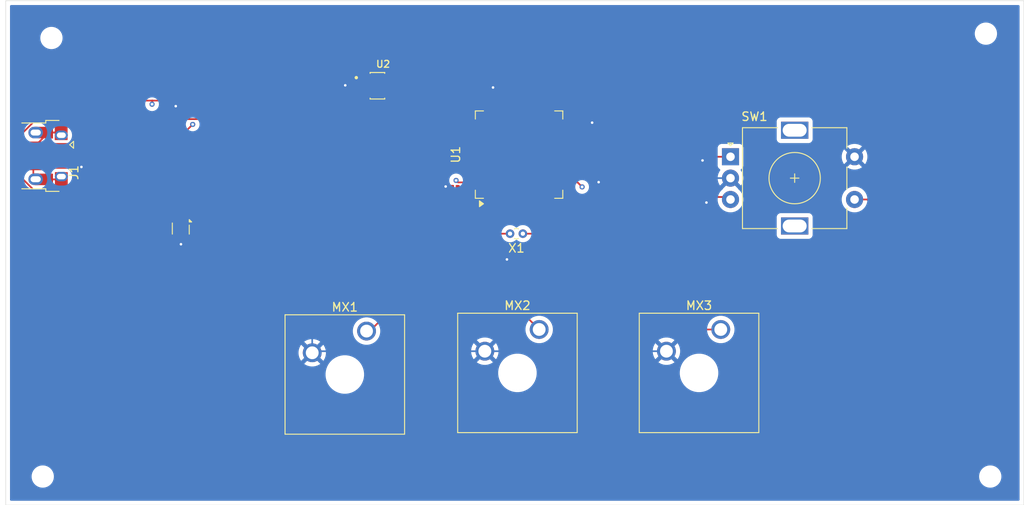
<source format=kicad_pcb>
(kicad_pcb (version 20241229) (generator "pcbnew") (generator_version "9.0")
  (layers (0 "F.Cu" signal) (4 "In1.Cu" signal) (6 "In2.Cu" signal) (2 "B.Cu" signal) (13 "F.Paste" user) (15 "B.Paste" user) (5 "F.SilkS" user "F.Silkscreen") (7 "B.SilkS" user "B.Silkscreen") (1 "F.Mask" user) (3 "B.Mask" user) (25 "Edge.Cuts" user))
  (net 0 "")
  (net 1 "Net-(J1-VBUS)")
  (net 2 "GND")
  (net 3 "Net-(C2-Pad2)")
  (net 4 "Net-(C4-Pad2)")
  (net 5 "Net-(U2-VOUT)")
  (net 6 "Net-(U1-PH0)")
  (net 7 "Net-(U1-PH1)")
  (net 8 "Net-(U1-PB0)")
  (net 9 "Net-(U1-PA4)")
  (net 10 "unconnected-(J1-Shield-Pad6)")
  (net 12 "Net-(MX1-COL)")
  (net 13 "Net-(MX2-COL)")
  (net 14 "Net-(MX3-COL)")
  (net 15 "Net-(U1-PC5)")
  (net 16 "Net-(U1-PC6)")
  (net 32 "Net-(U1-VSS-Pad18)")
  (net 66 "Net-(U1-PA3)")
  (net 67 "Net-(C5-Pad2)")
  (net 68 "/D+")
  (net 69 "/D-")
  (footprint "MountingHole:MountingHole_2.1mm" (layer "F.Cu") (at 84.328 105.664)
    (property "Reference" "REF**" (hide yes))
    (property "Value" "2.1mm")
    (pad "" np_thru_hole circle (at 0 0) (size 2.1 2.1) (drill 2.1) (layers "*.Cu" "*.Mask"))
  )
  (footprint "Capacitor_SMD:C_0201_0603Metric" (layer "F.Cu") (at 99 62 90)
    (property "Reference" "C1" (hide yes))
    (property "Value" "C" (hide yes))
    (pad "1" smd roundrect (at -0.32 0 90) (size 0.46 0.4) (layers "F.Cu" "F.Mask") (net 2 "GND"))
    (pad "2" smd roundrect (at 0.32 0 90) (size 0.46 0.4) (layers "F.Cu" "F.Mask") (net 1 "Net-(J1-VBUS)"))
  )
  (footprint "Capacitor_SMD:C_0201_0603Metric" (layer "F.Cu") (at 132.497 71.75)
    (property "Reference" "C2" (hide yes))
    (property "Value" "0.1 µF (each)" (hide yes))
    (pad "1" smd roundrect (at -0.32 0) (size 0.46 0.4) (layers "F.Cu" "F.Mask") (net 2 "GND"))
    (pad "2" smd roundrect (at 0.32 0) (size 0.46 0.4) (layers "F.Cu" "F.Mask") (net 3 "Net-(C2-Pad2)"))
  )
  (footprint "Package_TO_SOT_SMD:SOT-666" (layer "F.Cu") (at 100.4625 76.65 -90)
    (property "Reference" "U3" (hide yes))
    (property "Value" "USBLC6-2P6" (hide yes))
    (fp_line (start 0.65 0.99) (end -0.65 0.99) (stroke (width 0.12)) (layer "F.SilkS"))
    (fp_line (start 0.65 -0.99) (end -0.4 -0.99) (stroke (width 0.12)) (layer "F.SilkS"))
    (fp_poly (pts (xy -0.77 -0.99) (xy -1.05 -0.99) (xy -0.77 -1.27) (xy -0.77 -0.99)) (stroke (width 0.12)) (fill yes) (layer "F.SilkS"))
    (pad "1" smd roundrect (at -0.85 -0.5375 270) (size 0.5 0.375) (layers "F.Cu" "F.Mask" "F.Paste") (net 15 "Net-(U1-PC5)"))
    (pad "2" smd roundrect (at -0.925 0 270) (size 0.65 0.3) (layers "F.Cu" "F.Mask" "F.Paste") (net 1 "Net-(J1-VBUS)"))
    (pad "3" smd roundrect (at -0.85 0.5375 270) (size 0.5 0.375) (layers "F.Cu" "F.Mask" "F.Paste") (net 15 "Net-(U1-PC5)"))
    (pad "4" smd roundrect (at 0.85 0.5375 270) (size 0.5 0.375) (layers "F.Cu" "F.Mask" "F.Paste") (net 16 "Net-(U1-PC6)"))
    (pad "5" smd roundrect (at 0.925 0 270) (size 0.65 0.3) (layers "F.Cu" "F.Mask" "F.Paste") (net 2 "GND"))
    (pad "6" smd roundrect (at 0.85 -0.5375 270) (size 0.5 0.375) (layers "F.Cu" "F.Mask" "F.Paste") (net 16 "Net-(U1-PC6)"))
  )
  (footprint "Capacitor_SMD:C_0201_0603Metric" (layer "F.Cu") (at 147.9804 70.7644 180)
    (property "Reference" "C5" (hide yes))
    (property "Value" "~" (hide yes))
    (pad "1" smd roundrect (at -0.32 0 180) (size 0.46 0.4) (layers "F.Cu" "F.Mask") (net 2 "GND"))
    (pad "2" smd roundrect (at 0.32 0 180) (size 0.46 0.4) (layers "F.Cu" "F.Mask") (net 67 "Net-(C5-Pad2)"))
  )
  (footprint "Capacitor_SMD:C_0201_0603Metric" (layer "F.Cu") (at 162.56 73.279 -90)
    (property "Reference" "C9" (hide yes))
    (property "Value" "C" (hide yes))
    (pad "1" smd roundrect (at -0.32 0 270) (size 0.46 0.4) (layers "F.Cu" "F.Mask") (net 9 "Net-(U1-PA4)"))
    (pad "2" smd roundrect (at 0.32 0 270) (size 0.46 0.4) (layers "F.Cu" "F.Mask") (net 2 "GND"))
  )
  (footprint "Capacitor_SMD:C_0201_0603Metric" (layer "F.Cu") (at 147.447 64.262 180)
    (property "Reference" "C4" (hide yes))
    (property "Value" "~" (hide yes))
    (pad "1" smd roundrect (at -0.32 0 180) (size 0.46 0.4) (layers "F.Cu" "F.Mask") (net 2 "GND"))
    (pad "2" smd roundrect (at 0.32 0 180) (size 0.46 0.4) (layers "F.Cu" "F.Mask") (net 4 "Net-(C4-Pad2)"))
  )
  (footprint "Capacitor_SMD:C_0201_0603Metric" (layer "F.Cu") (at 162.433 68.326 90)
    (property "Reference" "C8" (hide yes))
    (property "Value" "0.1 µF" (hide yes))
    (pad "1" smd roundrect (at -0.32 0 90) (size 0.46 0.4) (layers "F.Cu" "F.Mask") (net 2 "GND"))
    (pad "2" smd roundrect (at 0.32 0 90) (size 0.46 0.4) (layers "F.Cu" "F.Mask") (net 8 "Net-(U1-PB0)"))
  )
  (footprint "MountingHole:MountingHole_2.1mm" (layer "F.Cu") (at 195.072 105.664)
    (property "Reference" "REF**" (hide yes))
    (property "Value" "2.1mm")
    (pad "" np_thru_hole circle (at 0 0) (size 2.1 2.1) (drill 2.1) (layers "*.Cu" "*.Mask"))
  )
  (footprint "RotaryEncoder:RotaryEncoder_Alps_EC11E-Switch_Vertical_H20mm" (layer "F.Cu") (at 164.712 68.251)
    (property "Reference" "SW1" (at 2.8 -4.7 0) (layer "F.SilkS"))
    (property "Value" "RotaryEncoder_Switch")
    (fp_line (start -0.3 -1.6) (end 0.3 -1.6) (stroke (width 0.12)) (layer "F.SilkS"))
    (fp_line (start 0 -1.3) (end -0.3 -1.6) (stroke (width 0.12)) (layer "F.SilkS"))
    (fp_line (start 0.3 -1.6) (end 0 -1.3) (stroke (width 0.12)) (layer "F.SilkS"))
    (fp_line (start 1.4 -3.4) (end 1.4 8.4) (stroke (width 0.12)) (layer "F.SilkS"))
    (fp_line (start 5.5 -3.4) (end 1.4 -3.4) (stroke (width 0.12)) (layer "F.SilkS"))
    (fp_line (start 5.5 8.4) (end 1.4 8.4) (stroke (width 0.12)) (layer "F.SilkS"))
    (fp_line (start 7 2.5) (end 8 2.5) (stroke (width 0.12)) (layer "F.SilkS"))
    (fp_line (start 7.5 2) (end 7.5 3) (stroke (width 0.12)) (layer "F.SilkS"))
    (fp_line (start 9.5 -3.4) (end 13.6 -3.4) (stroke (width 0.12)) (layer "F.SilkS"))
    (fp_line (start 13.6 -3.4) (end 13.6 -1) (stroke (width 0.12)) (layer "F.SilkS"))
    (fp_line (start 13.6 1.2) (end 13.6 3.8) (stroke (width 0.12)) (layer "F.SilkS"))
    (fp_line (start 13.6 6) (end 13.6 8.4) (stroke (width 0.12)) (layer "F.SilkS"))
    (fp_line (start 13.6 8.4) (end 9.5 8.4) (stroke (width 0.12)) (layer "F.SilkS"))
    (fp_circle (center 7.5 2.5) (end 10.5 2.5) (stroke (width 0.12)) (fill no) (layer "F.SilkS"))
    (pad "A" thru_hole rect (at 0 0) (size 2 2) (drill 1) (layers "*.Cu" "*.Mask") (net 8 "Net-(U1-PB0)"))
    (pad "B" thru_hole circle (at 0 5) (size 2 2) (drill 1) (layers "*.Cu" "*.Mask") (net 9 "Net-(U1-PA4)"))
    (pad "C" thru_hole circle (at 0 2.5) (size 2 2) (drill 1) (layers "*.Cu" "*.Mask") (net 2 "GND"))
    (pad "MP" thru_hole rect (at 7.5 -3.1) (size 3.2 2) (drill oval 2.8 1.5) (layers "*.Cu" "*.Mask"))
    (pad "MP" thru_hole rect (at 7.5 8.1) (size 3.2 2) (drill oval 2.8 1.5) (layers "*.Cu" "*.Mask"))
    (pad "S1" thru_hole circle (at 14.5 5) (size 2 2) (drill 1) (layers "*.Cu" "*.Mask") (net 66 "Net-(U1-PA3)"))
    (pad "S2" thru_hole circle (at 14.5 0) (size 2 2) (drill 1) (layers "*.Cu" "*.Mask") (net 2 "GND"))
  )
  (footprint "Capacitor_SMD:C_0201_0603Metric" (layer "F.Cu") (at 141.52 80.25)
    (property "Reference" "C7" (hide yes))
    (property "Value" "20 pF" (hide yes))
    (pad "1" smd roundrect (at -0.32 0) (size 0.46 0.4) (layers "F.Cu" "F.Mask") (net 2 "GND"))
    (pad "2" smd roundrect (at 0.32 0) (size 0.46 0.4) (layers "F.Cu" "F.Mask") (net 7 "Net-(U1-PH1)"))
  )
  (footprint "Resistor_SMD:R_0201_0603Metric" (layer "F.Cu") (at 93.0656 70.358)
    (property "Reference" "R1" (hide yes))
    (property "Value" "220 Ω" (hide yes))
    (pad "1" smd roundrect (at -0.32 0) (size 0.46 0.4) (layers "F.Cu" "F.Mask") (net 68 "/D+"))
    (pad "2" smd roundrect (at 0.32 0) (size 0.46 0.4) (layers "F.Cu" "F.Mask") (net 15 "Net-(U1-PC5)"))
  )
  (footprint "Button_Switch_Keyboard:SW_Cherry_MX_1.75u_Plate" (layer "F.Cu") (at 142.35 88.46)
    (property "Reference" "MX2" (at -2.54 -2.794 0) (layer "F.SilkS"))
    (property "Value" "MX-NoLED")
    (fp_line (start -9.525 -1.905) (end 4.445 -1.905) (stroke (width 0.12)) (layer "F.SilkS"))
    (fp_line (start -9.525 12.065) (end -9.525 -1.905) (stroke (width 0.12)) (layer "F.SilkS"))
    (fp_line (start 4.445 -1.905) (end 4.445 12.065) (stroke (width 0.12)) (layer "F.SilkS"))
    (fp_line (start 4.445 12.065) (end -9.525 12.065) (stroke (width 0.12)) (layer "F.SilkS"))
    (pad "" np_thru_hole circle (at -2.54 5.08) (size 4 4) (drill 4) (layers "*.Cu" "*.Mask"))
    (pad "1" thru_hole circle (at 0 0) (size 2.2 2.2) (drill 1.5) (layers "*.Cu" "*.Mask") (net 13 "Net-(MX2-COL)"))
    (pad "2" thru_hole circle (at -6.35 2.54) (size 2.2 2.2) (drill 1.5) (layers "*.Cu" "*.Mask") (net 2 "GND"))
  )
  (footprint "Button_Switch_Keyboard:SW_Cherry_MX_1.75u_Plate" (layer "F.Cu") (at 122.174 88.646)
    (property "Reference" "MX1" (at -2.54 -2.794 0) (layer "F.SilkS"))
    (property "Value" "MX-NoLED")
    (fp_line (start -9.525 -1.905) (end 4.445 -1.905) (stroke (width 0.12)) (layer "F.SilkS"))
    (fp_line (start -9.525 12.065) (end -9.525 -1.905) (stroke (width 0.12)) (layer "F.SilkS"))
    (fp_line (start 4.445 -1.905) (end 4.445 12.065) (stroke (width 0.12)) (layer "F.SilkS"))
    (fp_line (start 4.445 12.065) (end -9.525 12.065) (stroke (width 0.12)) (layer "F.SilkS"))
    (pad "" np_thru_hole circle (at -2.54 5.08) (size 4 4) (drill 4) (layers "*.Cu" "*.Mask"))
    (pad "1" thru_hole circle (at 0 0) (size 2.2 2.2) (drill 1.5) (layers "*.Cu" "*.Mask") (net 12 "Net-(MX1-COL)"))
    (pad "2" thru_hole circle (at -6.35 2.54) (size 2.2 2.2) (drill 1.5) (layers "*.Cu" "*.Mask") (net 2 "GND"))
  )
  (footprint "Connector_USB:USB_Micro-B_Amphenol_10103594-0001LF_Horizontal" (layer "F.Cu") (at 84.615 68.175 -90)
    (property "Reference" "J1" (at 1.925 -3.365 90) (layer "F.SilkS"))
    (property "Value" "USB_B_Micro")
    (fp_line (start -3.875 2.735) (end -3.875 -0.065) (stroke (width 0.12)) (layer "F.SilkS"))
    (fp_line (start 3.825 2.735) (end 3.825 -0.065) (stroke (width 0.12)) (layer "F.SilkS"))
    (fp_line (start -4.175 -0.065) (end -3.875 -0.065) (stroke (width 0.12)) (layer "F.SilkS"))
    (fp_line (start -4.175 -0.065) (end -4.175 -1.615) (stroke (width 0.12)) (layer "F.SilkS"))
    (fp_line (start 3.825 -0.065) (end 4.125 -0.065) (stroke (width 0.12)) (layer "F.SilkS"))
    (fp_line (start 4.125 -0.065) (end 4.125 -1.615) (stroke (width 0.12)) (layer "F.SilkS"))
    (fp_line (start -1.325 -2.865) (end -1.725 -3.315) (stroke (width 0.12)) (layer "F.SilkS"))
    (fp_line (start -1.725 -3.315) (end -0.925 -3.315) (stroke (width 0.12)) (layer "F.SilkS"))
    (fp_line (start -0.925 -3.315) (end -1.325 -2.865) (stroke (width 0.12)) (layer "F.SilkS"))
    (pad "1" smd rect (at -1.325 -1.765) (size 1.65 0.4) (layers "F.Cu" "F.Mask" "F.Paste") (net 1 "Net-(J1-VBUS)"))
    (pad "2" smd rect (at -0.675 -1.765) (size 1.65 0.4) (layers "F.Cu" "F.Mask" "F.Paste") (net 69 "/D-"))
    (pad "3" smd rect (at -0.025 -1.765) (size 1.65 0.4) (layers "F.Cu" "F.Mask" "F.Paste") (net 68 "/D+"))
    (pad "4" smd rect (at 0.625 -1.765) (size 1.65 0.4) (layers "F.Cu" "F.Mask" "F.Paste"))
    (pad "5" smd rect (at 1.275 -1.765) (size 1.65 0.4) (layers "F.Cu" "F.Mask" "F.Paste") (net 2 "GND"))
    (pad "6" smd rect (at -2.975 -0.565 270) (size 1.825 0.7) (layers "F.Cu" "F.Mask" "F.Paste") (net 10 "unconnected-(J1-Shield-Pad6)"))
    (pad "6" smd rect (at -2.875 -1.865 270) (size 2 1.5) (layers "F.Cu" "F.Mask" "F.Paste") (net 10 "unconnected-(J1-Shield-Pad6)"))
    (pad "6" smd rect (at -2.755 0.185 270) (size 1.35 2) (layers "F.Cu" "F.Mask" "F.Paste") (net 10 "unconnected-(J1-Shield-Pad6)"))
    (pad "6" thru_hole oval (at -2.755 1.115) (size 1.7 1.35) (drill oval 1.2 0.7) (property pad_prop_heatsink) (layers "*.Cu" "*.Mask") (net 10 "unconnected-(J1-Shield-Pad6)"))
    (pad "6" thru_hole oval (at -2.445 -1.885) (size 1.5 1.1) (drill oval 1.05 0.65) (property pad_prop_heatsink) (layers "*.Cu" "*.Mask") (net 10 "unconnected-(J1-Shield-Pad6)"))
    (pad "6" smd rect (at -0.985 1.385) (size 2.5 1.43) (layers "F.Cu" "F.Mask" "F.Paste") (net 10 "unconnected-(J1-Shield-Pad6)"))
    (pad "6" smd rect (at 0.935 1.385) (size 2.5 1.43) (layers "F.Cu" "F.Mask" "F.Paste") (net 10 "unconnected-(J1-Shield-Pad6)"))
    (pad "6" thru_hole oval (at 2.395 -1.885) (size 1.5 1.1) (drill oval 1.05 0.65) (property pad_prop_heatsink) (layers "*.Cu" "*.Mask") (net 10 "unconnected-(J1-Shield-Pad6)"))
    (pad "6" thru_hole oval (at 2.705 1.115) (size 1.7 1.35) (drill oval 1.2 0.7) (property pad_prop_heatsink) (layers "*.Cu" "*.Mask") (net 10 "unconnected-(J1-Shield-Pad6)"))
    (pad "6" smd rect (at 2.725 0.185 270) (size 1.35 2) (layers "F.Cu" "F.Mask" "F.Paste") (net 10 "unconnected-(J1-Shield-Pad6)"))
    (pad "6" smd rect (at 2.875 -1.885 270) (size 2 1.5) (layers "F.Cu" "F.Mask" "F.Paste") (net 10 "unconnected-(J1-Shield-Pad6)"))
    (pad "6" smd rect (at 2.975 -0.565 270) (size 1.825 0.7) (layers "F.Cu" "F.Mask" "F.Paste") (net 10 "unconnected-(J1-Shield-Pad6)"))
  )
  (footprint "Button_Switch_Keyboard:SW_Cherry_MX_1.75u_Plate" (layer "F.Cu") (at 163.576 88.46)
    (property "Reference" "MX3" (at -2.54 -2.794 0) (layer "F.SilkS"))
    (property "Value" "MX-NoLED")
    (fp_line (start -9.525 -1.905) (end 4.445 -1.905) (stroke (width 0.12)) (layer "F.SilkS"))
    (fp_line (start -9.525 12.065) (end -9.525 -1.905) (stroke (width 0.12)) (layer "F.SilkS"))
    (fp_line (start 4.445 -1.905) (end 4.445 12.065) (stroke (width 0.12)) (layer "F.SilkS"))
    (fp_line (start 4.445 12.065) (end -9.525 12.065) (stroke (width 0.12)) (layer "F.SilkS"))
    (pad "" np_thru_hole circle (at -2.54 5.08) (size 4 4) (drill 4) (layers "*.Cu" "*.Mask"))
    (pad "1" thru_hole circle (at 0 0) (size 2.2 2.2) (drill 1.5) (layers "*.Cu" "*.Mask") (net 14 "Net-(MX3-COL)"))
    (pad "2" thru_hole circle (at -6.35 2.54) (size 2.2 2.2) (drill 1.5) (layers "*.Cu" "*.Mask") (net 2 "GND"))
  )
  (footprint "AP2112K-3.3TRG1:SOT95P285X140-5N" (layer "F.Cu") (at 123.444 59.944)
    (property "Reference" "U2" (at 0.66442 -2.53029 0) (layer "F.SilkS") (effects (font (size 0.80263 0.80263))))
    (property "Value" "AP2112K-3.3TRG1")
    (fp_line (start -0.85 -1.55) (end -0.85 -1.45) (stroke (width 0.127)) (layer "F.SilkS"))
    (fp_line (start -0.85 1.55) (end -0.85 1.45) (stroke (width 0.127)) (layer "F.SilkS"))
    (fp_line (start 0.85 -1.55) (end -0.85 -1.55) (stroke (width 0.127)) (layer "F.SilkS"))
    (fp_line (start 0.85 -1.55) (end 0.85 -1.45) (stroke (width 0.127)) (layer "F.SilkS"))
    (fp_line (start 0.85 1.55) (end -0.85 1.55) (stroke (width 0.127)) (layer "F.SilkS"))
    (fp_line (start 0.85 1.55) (end 0.85 1.45) (stroke (width 0.127)) (layer "F.SilkS"))
    (fp_circle (center -2.469 -0.95) (end -2.369 -0.95) (stroke (width 0.2)) (fill no) (layer "F.SilkS"))
    (pad "1" smd roundrect (at -1.185 -0.95) (size 1.35 0.6) (layers "F.Cu" "F.Mask" "F.Paste") (roundrect_rratio 0.075) (net 1 "Net-(J1-VBUS)"))
    (pad "2" smd roundrect (at -1.185 0) (size 1.35 0.6) (layers "F.Cu" "F.Mask" "F.Paste") (roundrect_rratio 0.075) (net 2 "GND"))
    (pad "3" smd roundrect (at -1.185 0.95) (size 1.35 0.6) (layers "F.Cu" "F.Mask" "F.Paste") (roundrect_rratio 0.075) (net 1 "Net-(J1-VBUS)"))
    (pad "4" smd roundrect (at 1.185 0.95) (size 1.35 0.6) (layers "F.Cu" "F.Mask" "F.Paste") (roundrect_rratio 0.075))
    (pad "5" smd roundrect (at 1.185 -0.95) (size 1.35 0.6) (layers "F.Cu" "F.Mask" "F.Paste") (roundrect_rratio 0.075) (net 5 "Net-(U2-VOUT)"))
  )
  (footprint "MountingHole:MountingHole_2.1mm" (layer "F.Cu") (at 85.344 54.356)
    (property "Reference" "REF**" (hide yes))
    (property "Value" "2.1mm")
    (pad "" np_thru_hole circle (at 0 0) (size 2.1 2.1) (drill 2.1) (layers "*.Cu" "*.Mask"))
  )
  (footprint "MountingHole:MountingHole_2.1mm" (layer "F.Cu") (at 194.564 53.848)
    (property "Reference" "REF**" (hide yes))
    (property "Value" "2.1mm")
    (pad "" np_thru_hole circle (at 0 0) (size 2.1 2.1) (drill 2.1) (layers "*.Cu" "*.Mask"))
  )
  (footprint "Capacitor_SMD:C_0201_0603Metric" (layer "F.Cu") (at 136.175 60.452 -90)
    (property "Reference" "C3" (hide yes))
    (property "Value" "~" (hide yes))
    (pad "1" smd roundrect (at -0.32 0 270) (size 0.46 0.4) (layers "F.Cu" "F.Mask") (net 2 "GND"))
    (pad "2" smd roundrect (at 0.32 0 270) (size 0.46 0.4) (layers "F.Cu" "F.Mask") (net 5 "Net-(U2-VOUT)"))
  )
  (footprint "Resistor_SMD:R_0201_0603Metric" (layer "F.Cu") (at 93.1164 66.0908)
    (property "Reference" "R2" (hide yes))
    (property "Value" "220 Ω" (hide yes))
    (pad "1" smd roundrect (at -0.32 0) (size 0.46 0.4) (layers "F.Cu" "F.Mask") (net 69 "/D-"))
    (pad "2" smd roundrect (at 0.32 0) (size 0.46 0.4) (layers "F.Cu" "F.Mask") (net 16 "Net-(U1-PC6)"))
  )
  (footprint "Crystal:Crystal_DS10_D1.0mm_L4.3mm_Vertical" (layer "F.Cu") (at 140.445 77.25 180)
    (property "Reference" "X1" (at 0.75 -1.7 180) (layer "F.SilkS"))
    (property "Value" "8 MHz")
    (fp_arc (start 0.988 0.562) (mid 0.75 0.61) (end 0.512 0.562) (stroke (width 0.12)) (layer "F.SilkS"))
    (fp_arc (start 0.512 -0.562) (mid 0.75 -0.61) (end 0.988 -0.562) (stroke (width 0.12)) (layer "F.SilkS"))
    (pad "1" thru_hole circle (at 0 0 180) (size 1 1) (drill 0.5) (layers "*.Cu" "*.Mask") (net 7 "Net-(U1-PH1)"))
    (pad "2" thru_hole circle (at 1.5 0 180) (size 1 1) (drill 0.5) (layers "*.Cu" "*.Mask") (net 6 "Net-(U1-PH0)"))
  )
  (footprint "Package_QFP:LQFP-64_10x10mm_P0.5mm" (layer "F.Cu") (at 140 68 90)
    (property "Reference" "U1" (at 0 -7.4 90) (layer "F.SilkS"))
    (property "Value" "STM32F205RBTx")
    (fp_line (start 5.11 -5.11) (end 5.11 -4.16) (stroke (width 0.12)) (layer "F.SilkS"))
    (fp_line (start 4.16 -5.11) (end 5.11 -5.11) (stroke (width 0.12)) (layer "F.SilkS"))
    (fp_line (start -5.11 -5.11) (end -4.16 -5.11) (stroke (width 0.12)) (layer "F.SilkS"))
    (fp_line (start -5.11 -4.16) (end -5.11 -5.11) (stroke (width 0.12)) (layer "F.SilkS"))
    (fp_line (start 5.11 4.16) (end 5.11 5.11) (stroke (width 0.12)) (layer "F.SilkS"))
    (fp_line (start 5.11 5.11) (end 4.16 5.11) (stroke (width 0.12)) (layer "F.SilkS"))
    (fp_line (start -4.16 5.11) (end -5.11 5.11) (stroke (width 0.12)) (layer "F.SilkS"))
    (fp_line (start -5.11 5.11) (end -5.11 4.16) (stroke (width 0.12)) (layer "F.SilkS"))
    (fp_poly (pts (xy -5.75 -4.16) (xy -6.09 -4.63) (xy -5.41 -4.63)) (stroke (width 0.12)) (fill yes) (layer "F.SilkS"))
    (pad "1" smd roundrect (at -5.675 -3.75 90) (size 1.55 0.3) (layers "F.Cu" "F.Mask" "F.Paste"))
    (pad "2" smd roundrect (at -5.675 -3.25 90) (size 1.55 0.3) (layers "F.Cu" "F.Mask" "F.Paste") (net 12 "Net-(MX1-COL)"))
    (pad "3" smd roundrect (at -5.675 -2.75 90) (size 1.55 0.3) (layers "F.Cu" "F.Mask" "F.Paste") (net 13 "Net-(MX2-COL)"))
    (pad "4" smd roundrect (at -5.675 -2.25 90) (size 1.55 0.3) (layers "F.Cu" "F.Mask" "F.Paste") (net 14 "Net-(MX3-COL)"))
    (pad "5" smd roundrect (at -5.675 -1.75 90) (size 1.55 0.3) (layers "F.Cu" "F.Mask" "F.Paste") (net 6 "Net-(U1-PH0)"))
    (pad "6" smd roundrect (at -5.675 -1.25 90) (size 1.55 0.3) (layers "F.Cu" "F.Mask" "F.Paste") (net 7 "Net-(U1-PH1)"))
    (pad "7" smd roundrect (at -5.675 -0.75 90) (size 1.55 0.3) (layers "F.Cu" "F.Mask" "F.Paste"))
    (pad "8" smd roundrect (at -5.675 -0.25 90) (size 1.55 0.3) (layers "F.Cu" "F.Mask" "F.Paste"))
    (pad "9" smd roundrect (at -5.675 0.25 90) (size 1.55 0.3) (layers "F.Cu" "F.Mask" "F.Paste"))
    (pad "10" smd roundrect (at -5.675 0.75 90) (size 1.55 0.3) (layers "F.Cu" "F.Mask" "F.Paste"))
    (pad "11" smd roundrect (at -5.675 1.25 90) (size 1.55 0.3) (layers "F.Cu" "F.Mask" "F.Paste"))
    (pad "12" smd roundrect (at -5.675 1.75 90) (size 1.55 0.3) (layers "F.Cu" "F.Mask" "F.Paste"))
    (pad "13" smd roundrect (at -5.675 2.25 90) (size 1.55 0.3) (layers "F.Cu" "F.Mask" "F.Paste"))
    (pad "14" smd roundrect (at -5.675 2.75 90) (size 1.55 0.3) (layers "F.Cu" "F.Mask" "F.Paste"))
    (pad "15" smd roundrect (at -5.675 3.25 90) (size 1.55 0.3) (layers "F.Cu" "F.Mask" "F.Paste"))
    (pad "16" smd roundrect (at -5.675 3.75 90) (size 1.55 0.3) (layers "F.Cu" "F.Mask" "F.Paste"))
    (pad "17" smd roundrect (at -3.75 5.675 90) (size 0.3 1.55) (layers "F.Cu" "F.Mask" "F.Paste") (net 66 "Net-(U1-PA3)"))
    (pad "18" smd roundrect (at -3.25 5.675 90) (size 0.3 1.55) (layers "F.Cu" "F.Mask" "F.Paste") (net 32 "Net-(U1-VSS-Pad18)"))
    (pad "19" smd roundrect (at -2.75 5.675 90) (size 0.3 1.55) (layers "F.Cu" "F.Mask" "F.Paste") (net 67 "Net-(C5-Pad2)"))
    (pad "20" smd roundrect (at -2.25 5.675 90) (size 0.3 1.55) (layers "F.Cu" "F.Mask" "F.Paste") (net 9 "Net-(U1-PA4)"))
    (pad "21" smd roundrect (at -1.75 5.675 90) (size 0.3 1.55) (layers "F.Cu" "F.Mask" "F.Paste"))
    (pad "22" smd roundrect (at -1.25 5.675 90) (size 0.3 1.55) (layers "F.Cu" "F.Mask" "F.Paste"))
    (pad "23" smd roundrect (at -0.75 5.675 90) (size 0.3 1.55) (layers "F.Cu" "F.Mask" "F.Paste"))
    (pad "24" smd roundrect (at -0.25 5.675 90) (size 0.3 1.55) (layers "F.Cu" "F.Mask" "F.Paste"))
    (pad "25" smd roundrect (at 0.25 5.675 90) (size 0.3 1.55) (layers "F.Cu" "F.Mask" "F.Paste") (net 15 "Net-(U1-PC5)"))
    (pad "26" smd roundrect (at 0.75 5.675 90) (size 0.3 1.55) (layers "F.Cu" "F.Mask" "F.Paste") (net 8 "Net-(U1-PB0)"))
    (pad "27" smd roundrect (at 1.25 5.675 90) (size 0.3 1.55) (layers "F.Cu" "F.Mask" "F.Paste"))
    (pad "28" smd roundrect (at 1.75 5.675 90) (size 0.3 1.55) (layers "F.Cu" "F.Mask" "F.Paste"))
    (pad "29" smd roundrect (at 2.25 5.675 90) (size 0.3 1.55) (layers "F.Cu" "F.Mask" "F.Paste"))
    (pad "30" smd roundrect (at 2.75 5.675 90) (size 0.3 1.55) (layers "F.Cu" "F.Mask" "F.Paste"))
    (pad "31" smd roundrect (at 3.25 5.675 90) (size 0.3 1.55) (layers "F.Cu" "F.Mask" "F.Paste"))
    (pad "32" smd roundrect (at 3.75 5.675 90) (size 0.3 1.55) (layers "F.Cu" "F.Mask" "F.Paste") (net 4 "Net-(C4-Pad2)"))
    (pad "33" smd roundrect (at 5.675 3.75 90) (size 1.55 0.3) (layers "F.Cu" "F.Mask" "F.Paste"))
    (pad "34" smd roundrect (at 5.675 3.25 90) (size 1.55 0.3) (layers "F.Cu" "F.Mask" "F.Paste"))
    (pad "35" smd roundrect (at 5.675 2.75 90) (size 1.55 0.3) (layers "F.Cu" "F.Mask" "F.Paste"))
    (pad "36" smd roundrect (at 5.675 2.25 90) (size 1.55 0.3) (layers "F.Cu" "F.Mask" "F.Paste"))
    (pad "37" smd roundrect (at 5.675 1.75 90) (size 1.55 0.3) (layers "F.Cu" "F.Mask" "F.Paste") (net 16 "Net-(U1-PC6)"))
    (pad "38" smd roundrect (at 5.675 1.25 90) (size 1.55 0.3) (layers "F.Cu" "F.Mask" "F.Paste"))
    (pad "39" smd roundrect (at 5.675 0.75 90) (size 1.55 0.3) (layers "F.Cu" "F.Mask" "F.Paste"))
    (pad "40" smd roundrect (at 5.675 0.25 90) (size 1.55 0.3) (layers "F.Cu" "F.Mask" "F.Paste"))
    (pad "41" smd roundrect (at 5.675 -0.25 90) (size 1.55 0.3) (layers "F.Cu" "F.Mask" "F.Paste"))
    (pad "42" smd roundrect (at 5.675 -0.75 90) (size 1.55 0.3) (layers "F.Cu" "F.Mask" "F.Paste"))
    (pad "43" smd roundrect (at 5.675 -1.25 90) (size 1.55 0.3) (layers "F.Cu" "F.Mask" "F.Paste"))
    (pad "44" smd roundrect (at 5.675 -1.75 90) (size 1.55 0.3) (layers "F.Cu" "F.Mask" "F.Paste"))
    (pad "45" smd roundrect (at 5.675 -2.25 90) (size 1.55 0.3) (layers "F.Cu" "F.Mask" "F.Paste"))
    (pad "46" smd roundrect (at 5.675 -2.75 90) (size 1.55 0.3) (layers "F.Cu" "F.Mask" "F.Paste"))
    (pad "47" smd roundrect (at 5.675 -3.25 90) (size 1.55 0.3) (layers "F.Cu" "F.Mask" "F.Paste"))
    (pad "48" smd roundrect (at 5.675 -3.75 90) (size 1.55 0.3) (layers "F.Cu" "F.Mask" "F.Paste") (net 5 "Net-(U2-VOUT)"))
    (pad "49" smd roundrect (at 3.75 -5.675 90) (size 0.3 1.55) (layers "F.Cu" "F.Mask" "F.Paste"))
    (pad "50" smd roundrect (at 3.25 -5.675 90) (size 0.3 1.55) (layers "F.Cu" "F.Mask" "F.Paste"))
    (pad "51" smd roundrect (at 2.75 -5.675 90) (size 0.3 1.55) (layers "F.Cu" "F.Mask" "F.Paste"))
    (pad "52" smd roundrect (at 2.25 -5.675 90) (size 0.3 1.55) (layers "F.Cu" "F.Mask" "F.Paste"))
    (pad "53" smd roundrect (at 1.75 -5.675 90) (size 0.3 1.55) (layers "F.Cu" "F.Mask" "F.Paste"))
    (pad "54" smd roundrect (at 1.25 -5.675 90) (size 0.3 1.55) (layers "F.Cu" "F.Mask" "F.Paste"))
    (pad "55" smd roundrect (at 0.75 -5.675 90) (size 0.3 1.55) (layers "F.Cu" "F.Mask" "F.Paste"))
    (pad "56" smd roundrect (at 0.25 -5.675 90) (size 0.3 1.55) (layers "F.Cu" "F.Mask" "F.Paste"))
    (pad "57" smd roundrect (at -0.25 -5.675 90) (size 0.3 1.55) (layers "F.Cu" "F.Mask" "F.Paste"))
    (pad "58" smd roundrect (at -0.75 -5.675 90) (size 0.3 1.55) (layers "F.Cu" "F.Mask" "F.Paste"))
    (pad "59" smd roundrect (at -1.25 -5.675 90) (size 0.3 1.55) (layers "F.Cu" "F.Mask" "F.Paste"))
    (pad "60" smd roundrect (at -1.75 -5.675 90) (size 0.3 1.55) (layers "F.Cu" "F.Mask" "F.Paste"))
    (pad "61" smd roundrect (at -2.25 -5.675 90) (size 0.3 1.55) (layers "F.Cu" "F.Mask" "F.Paste"))
    (pad "62" smd roundrect (at -2.75 -5.675 90) (size 0.3 1.55) (layers "F.Cu" "F.Mask" "F.Paste"))
    (pad "63" smd roundrect (at -3.25 -5.675 90) (size 0.3 1.55) (layers "F.Cu" "F.Mask" "F.Paste") (net 32 "Net-(U1-VSS-Pad18)"))
    (pad "64" smd roundrect (at -3.75 -5.675 90) (size 0.3 1.55) (layers "F.Cu" "F.Mask" "F.Paste") (net 3 "Net-(C2-Pad2)"))
  )
  (footprint "Capacitor_SMD:C_0201_0603Metric" (layer "F.Cu") (at 136.855 80.25)
    (property "Reference" "C6" (hide yes))
    (property "Value" "20 pF" (hide yes))
    (pad "1" smd roundrect (at -0.32 0) (size 0.46 0.4) (layers "F.Cu" "F.Mask") (net 6 "Net-(U1-PH0)"))
    (pad "2" smd roundrect (at 0.32 0) (size 0.46 0.4) (layers "F.Cu" "F.Mask") (net 2 "GND"))
  )
  (gr_line (start 80 50) (end 80 109) (stroke (width 0.05)) (layer "Edge.Cuts"))
  (gr_line (start 199 109) (end 199 50) (stroke (width 0.05)) (layer "Edge.Cuts"))
  (gr_line (start 199 50) (end 80 50) (stroke (width 0.05)) (layer "Edge.Cuts"))
  (gr_line (start 80 109) (end 199 109) (stroke (width 0.05)) (layer "Edge.Cuts"))
  (segment (start 115.631001 58.993999) (end 122.09145 58.993999) (width 0.2) (layer "F.Cu") (net 1))
  (segment (start 97.1296 61.68) (end 99 61.68) (width 0.2) (layer "F.Cu") (net 1))
  (segment (start 100.4625 75.725) (end 100.4625 65.8567) (width 0.2) (layer "F.Cu") (net 1))
  (segment (start 112.945 61.68) (end 115.631001 58.993999) (width 0.2) (layer "F.Cu") (net 1))
  (segment (start 97.1296 61.68) (end 97.1296 62.0776) (width 0.2) (layer "F.Cu") (net 1))
  (segment (start 113.730999 60.894001) (end 122.09145 60.894001) (width 0.2) (layer "F.Cu") (net 1))
  (segment (start 94.53 61.68) (end 97.1296 61.68) (width 0.2) (layer "F.Cu") (net 1))
  (segment (start 99 61.68) (end 112.945 61.68) (width 0.2) (layer "F.Cu") (net 1))
  (segment (start 86.38 66.85) (end 89.36 66.85) (width 0.2) (layer "F.Cu") (net 1))
  (segment (start 112.945 61.68) (end 113.730999 60.894001) (width 0.2) (layer "F.Cu") (net 1))
  (segment (start 97.1296 62.0776) (end 97.1042 62.103) (width 0.2) (layer "F.Cu") (net 1))
  (segment (start 89.36 66.85) (end 94.53 61.68) (width 0.2) (layer "F.Cu") (net 1))
  (segment (start 100.4625 65.8567) (end 101.854 64.4652) (width 0.2) (layer "F.Cu") (net 1))
  (via (at 101.854 64.4652) (size 0.6) (drill 0.3) (layers "F.Cu" "B.Cu") (net 1))
  (via (at 97.1042 62.103) (size 0.6) (drill 0.3) (layers "F.Cu" "B.Cu") (net 1))
  (segment (start 88.792 69.45) (end 86.38 69.45) (width 0.2) (layer "F.Cu") (net 2))
  (segment (start 141.2 80.25) (end 138.5964 80.25) (width 0.2) (layer "F.Cu") (net 2))
  (segment (start 99 62.32) (end 99.8612 62.32) (width 0.2) (layer "F.Cu") (net 2))
  (segment (start 136 91) (end 136.398 91.398) (width 0.2) (layer "F.Cu") (net 2))
  (segment (start 119.7356 59.944) (end 119.6848 59.8932) (width 0.2) (layer "F.Cu") (net 2))
  (segment (start 162.56 73.599) (end 161.9098 73.599) (width 0.2) (layer "F.Cu") (net 2))
  (segment (start 148.844 70.7644) (end 149.3012 71.2216) (width 0.2) (layer "F.Cu") (net 2))
  (segment (start 148.3004 70.7644) (end 148.844 70.7644) (width 0.2) (layer "F.Cu") (net 2))
  (segment (start 138.5964 80.25) (end 138.5824 80.264) (width 0.2) (layer "F.Cu") (net 2))
  (segment (start 132.177 71.75) (end 131.44 71.75) (width 0.2) (layer "F.Cu") (net 2))
  (segment (start 99.8612 62.32) (end 99.8728 62.3316) (width 0.2) (layer "F.Cu") (net 2))
  (segment (start 136.398 91.5924) (end 136.398 91.398) (width 0.2) (layer "F.Cu") (net 2))
  (segment (start 161.478 68.646) (end 161.4424 68.6816) (width 0.2) (layer "F.Cu") (net 2))
  (segment (start 100.4625 78.4661) (end 100.4824 78.486) (width 0.2) (layer "F.Cu") (net 2))
  (segment (start 88.7984 69.4436) (end 88.792 69.45) (width 0.2) (layer "F.Cu") (net 2))
  (segment (start 122.259 59.944) (end 119.7356 59.944) (width 0.2) (layer "F.Cu") (net 2))
  (segment (start 88.8492 69.4436) (end 88.7984 69.4436) (width 0.2) (layer "F.Cu") (net 2))
  (segment (start 136.9416 60.132) (end 136.9568 60.1472) (width 0.2) (layer "F.Cu") (net 2))
  (segment (start 138.5684 80.25) (end 138.5824 80.264) (width 0.2) (layer "F.Cu") (net 2))
  (segment (start 161.9098 73.599) (end 161.8996 73.6092) (width 0.2) (layer "F.Cu") (net 2))
  (segment (start 100.4625 77.575) (end 100.4625 78.4661) (width 0.2) (layer "F.Cu") (net 2))
  (segment (start 137.175 80.25) (end 138.5684 80.25) (width 0.2) (layer "F.Cu") (net 2))
  (segment (start 147.767 64.262) (end 148.5392 64.262) (width 0.2) (layer "F.Cu") (net 2))
  (segment (start 131.44 71.75) (end 131.4196 71.7296) (width 0.2) (layer "F.Cu") (net 2))
  (segment (start 162.433 68.646) (end 161.478 68.646) (width 0.2) (layer "F.Cu") (net 2))
  (segment (start 136.175 60.132) (end 136.9416 60.132) (width 0.2) (layer "F.Cu") (net 2))
  (via (at 119.6848 59.8932) (size 0.6) (drill 0.3) (layers "F.Cu" "B.Cu") (net 2))
  (via (at 88.8492 69.4436) (size 0.6) (drill 0.3) (layers "F.Cu" "B.Cu") (net 2))
  (via (at 149.3012 71.2216) (size 0.6) (drill 0.3) (layers "F.Cu" "B.Cu") (net 2))
  (via (at 161.8996 73.6092) (size 0.6) (drill 0.3) (layers "F.Cu" "B.Cu") (net 2))
  (via (at 136.9568 60.1472) (size 0.6) (drill 0.3) (layers "F.Cu" "B.Cu") (net 2))
  (via (at 138.5824 80.264) (size 0.6) (drill 0.3) (layers "F.Cu" "B.Cu") (net 2))
  (via (at 161.4424 68.6816) (size 0.6) (drill 0.3) (layers "F.Cu" "B.Cu") (net 2))
  (via (at 100.4824 78.486) (size 0.6) (drill 0.3) (layers "F.Cu" "B.Cu") (net 2))
  (via (at 148.5392 64.262) (size 0.6) (drill 0.3) (layers "F.Cu" "B.Cu") (net 2))
  (via (at 99.8728 62.3316) (size 0.6) (drill 0.3) (layers "F.Cu" "B.Cu") (net 2))
  (via (at 131.4196 71.7296) (size 0.6) (drill 0.3) (layers "F.Cu" "B.Cu") (net 2))
  (segment (start 148.59 61.7728) (end 146.9644 60.1472) (width 0.2) (layer "B.Cu") (net 2))
  (segment (start 159.2072 70.751) (end 159.2072 70.2564) (width 0.2) (layer "B.Cu") (net 2))
  (segment (start 159.8168 72.2884) (end 161.1376 73.6092) (width 0.2) (layer "B.Cu") (net 2))
  (segment (start 115.824 80.6196) (end 124.714 71.7296) (width 0.2) (layer "B.Cu") (net 2))
  (segment (start 149.9242 70.751) (end 149.9242 65.647) (width 0.2) (layer "B.Cu") (net 2))
  (segment (start 161.1376 73.6092) (end 161.8996 73.6092) (width 0.2) (layer "B.Cu") (net 2))
  (segment (start 179.212 68.251) (end 181.4068 66.0562) (width 0.2) (layer "B.Cu") (net 2))
  (segment (start 138.5824 88.4176) (end 138.5824 80.264) (width 0.2) (layer "B.Cu") (net 2))
  (segment (start 124.714 71.7296) (end 131.4196 71.7296) (width 0.2) (layer "B.Cu") (net 2))
  (segment (start 159.2072 70.751) (end 149.9242 70.751) (width 0.2) (layer "B.Cu") (net 2))
  (segment (start 181.4068 63.2968) (end 179.8828 61.7728) (width 0.2) (layer "B.Cu") (net 2))
  (segment (start 120.142 57.5564) (end 119.6848 58.0136) (width 0.2) (layer "B.Cu") (net 2))
  (segment (start 119.6848 59.8932) (end 102.3112 59.8932) (width 0.2) (layer "B.Cu") (net 2))
  (segment (start 136.9568 59.5376) (end 135.9916 58.5724) (width 0.2) (layer "B.Cu") (net 2))
  (segment (start 149.1996 64.9224) (end 148.5392 64.262) (width 0.2) (layer "B.Cu") (net 2))
  (segment (start 160.782 68.6816) (end 161.4424 68.6816) (width 0.2) (layer "B.Cu") (net 2))
  (segment (start 96.52 78.486) (end 88.8492 70.8152) (width 0.2) (layer "B.Cu") (net 2))
  (segment (start 115.824 91.186) (end 115.824 81.1784) (width 0.2) (layer "B.Cu") (net 2))
  (segment (start 119.6848 58.0136) (end 119.6848 59.8932) (width 0.2) (layer "B.Cu") (net 2))
  (segment (start 102.3112 59.8932) (end 99.8728 62.3316) (width 0.2) (layer "B.Cu") (net 2))
  (segment (start 103.1748 81.1784) (end 100.4824 78.486) (width 0.2) (layer "B.Cu") (net 2))
  (segment (start 149.9242 70.751) (end 149.9242 71.0558) (width 0.2) (layer "B.Cu") (net 2))
  (segment (start 149.1996 64.9224) (end 149.1996 62.3824) (width 0.2) (layer "B.Cu") (net 2))
  (segment (start 181.4068 66.0562) (end 181.4068 63.2968) (width 0.2) (layer "B.Cu") (net 2))
  (segment (start 149.9242 71.0558) (end 149.7584 71.2216) (width 0.2) (layer "B.Cu") (net 2))
  (segment (start 159.8168 70.751) (end 159.8168 72.2884) (width 0.2) (layer "B.Cu") (net 2))
  (segment (start 159.2072 70.2564) (end 160.782 68.6816) (width 0.2) (layer "B.Cu") (net 2))
  (segment (start 88.8492 70.8152) (end 88.8492 69.4436) (width 0.2) (layer "B.Cu") (net 2))
  (segment (start 136 91) (end 116.01 91) (width 0.2) (layer "B.Cu") (net 2))
  (segment (start 146.9644 60.1472) (end 136.9568 60.1472) (width 0.2) (layer "B.Cu") (net 2))
  (segment (start 100.4824 78.486) (end 96.52 78.486) (width 0.2) (layer "B.Cu") (net 2))
  (segment (start 149.9242 65.647) (end 149.1996 64.9224) (width 0.2) (layer "B.Cu") (net 2))
  (segment (start 134.9756 57.5564) (end 120.142 57.5564) (width 0.2) (layer "B.Cu") (net 2))
  (segment (start 159.8168 70.751) (end 159.2072 70.751) (width 0.2) (layer "B.Cu") (net 2))
  (segment (start 135.9916 58.5724) (end 134.9756 57.5564) (width 0.2) (layer "B.Cu") (net 2))
  (segment (start 164.712 70.751) (end 159.8168 70.751) (width 0.2) (layer "B.Cu") (net 2))
  (segment (start 149.1996 62.3824) (end 148.59 61.7728) (width 0.2) (layer "B.Cu") (net 2))
  (segment (start 115.824 81.1784) (end 115.824 80.6196) (width 0.2) (layer "B.Cu") (net 2))
  (segment (start 136.9568 60.1472) (end 136.9568 59.5376) (width 0.2) (layer "B.Cu") (net 2))
  (segment (start 115.824 81.1784) (end 103.1748 81.1784) (width 0.2) (layer "B.Cu") (net 2))
  (segment (start 136 91) (end 138.5824 88.4176) (width 0.2) (layer "B.Cu") (net 2))
  (segment (start 179.8828 61.7728) (end 148.59 61.7728) (width 0.2) (layer "B.Cu") (net 2))
  (segment (start 157.226 91) (end 136 91) (width 0.2) (layer "B.Cu") (net 2))
  (segment (start 116.01 91) (end 115.824 91.186) (width 0.2) (layer "B.Cu") (net 2))
  (segment (start 149.7584 71.2216) (end 149.3012 71.2216) (width 0.2) (layer "B.Cu") (net 2))
  (segment (start 132.817 71.75) (end 134.325 71.75) (width 0.2) (layer "F.Cu") (net 3))
  (segment (start 147.127 64.262) (end 145.687 64.262) (width 0.2) (layer "F.Cu") (net 4))
  (segment (start 145.687 64.262) (end 145.675 64.25) (width 0.2) (layer "F.Cu") (net 4))
  (segment (start 124.629 58.994) (end 132.919 58.994) (width 0.2) (layer "F.Cu") (net 5))
  (segment (start 136.175 62.25) (end 136.25 62.325) (width 0.2) (layer "F.Cu") (net 5))
  (segment (start 136.175 60.772) (end 136.175 62.25) (width 0.2) (layer "F.Cu") (net 5))
  (segment (start 132.919 58.994) (end 136.25 62.325) (width 0.2) (layer "F.Cu") (net 5))
  (segment (start 136.535 77.079) (end 138.25 75.364) (width 0.2) (layer "F.Cu") (net 6))
  (segment (start 136.535 77.216) (end 136.535 77.079) (width 0.2) (layer "F.Cu") (net 6))
  (segment (start 138.945 77.25) (end 136.569 77.25) (width 0.2) (layer "F.Cu") (net 6))
  (segment (start 136.535 80.25) (end 136.535 77.216) (width 0.2) (layer "F.Cu") (net 6))
  (segment (start 136.569 77.25) (end 136.535 77.216) (width 0.2) (layer "F.Cu") (net 6))
  (segment (start 138.25 75.364) (end 138.25 73.675) (width 0.2) (layer "F.Cu") (net 6))
  (segment (start 141.806 77.25) (end 141.84 77.216) (width 0.2) (layer "F.Cu") (net 7))
  (segment (start 138.75 74.869) (end 138.75 73.675) (width 0.2) (layer "F.Cu") (net 7))
  (segment (start 141.84 77.216) (end 141.84 76.816) (width 0.2) (layer "F.Cu") (net 7))
  (segment (start 141.84 76.816) (end 140.335 75.311) (width 0.2) (layer "F.Cu") (net 7))
  (segment (start 139.192 75.311) (end 138.75 74.869) (width 0.2) (layer "F.Cu") (net 7))
  (segment (start 140.445 77.25) (end 141.806 77.25) (width 0.2) (layer "F.Cu") (net 7))
  (segment (start 140.335 75.311) (end 139.192 75.311) (width 0.2) (layer "F.Cu") (net 7))
  (segment (start 141.84 80.25) (end 141.84 77.216) (width 0.2) (layer "F.Cu") (net 7))
  (segment (start 162.433 68.006) (end 162.632999 68.006) (width 0.2) (layer "F.Cu") (net 8))
  (segment (start 162.439 68) (end 162.433 68.006) (width 0.2) (layer "F.Cu") (net 8))
  (segment (start 161.677 67.25) (end 145.675 67.25) (width 0.2) (layer "F.Cu") (net 8))
  (segment (start 162.433 68.006) (end 161.677 67.25) (width 0.2) (layer "F.Cu") (net 8))
  (segment (start 162.877999 68.251) (end 164.712 68.251) (width 0.2) (layer "F.Cu") (net 8))
  (segment (start 162.632999 68.006) (end 162.877999 68.251) (width 0.2) (layer "F.Cu") (net 8))
  (segment (start 162.56 72.959) (end 153.604 72.959) (width 0.2) (layer "F.Cu") (net 9))
  (segment (start 150.895 70.25) (end 145.675 70.25) (width 0.2) (layer "F.Cu") (net 9))
  (segment (start 164.42 72.959) (end 164.712 73.251) (width 0.2) (layer "F.Cu") (net 9))
  (segment (start 162.56 72.959) (end 164.42 72.959) (width 0.2) (layer "F.Cu") (net 9))
  (segment (start 153.604 72.959) (end 150.895 70.25) (width 0.2) (layer "F.Cu") (net 9))
  (segment (start 162.601 73) (end 162.56 72.959) (width 0.2) (layer "F.Cu") (net 9))
  (segment (start 83.23 70.61) (end 83.5 70.88) (width 0.2) (layer "F.Cu") (net 10))
  (segment (start 84.43 70.9) (end 86.17 70.9) (width 0.2) (layer "F.Cu") (net 10))
  (segment (start 83.23 67.19) (end 83.23 69.11) (width 0.2) (layer "F.Cu") (net 10))
  (segment (start 86.36 65.42) (end 86.48 65.3) (width 0.2) (layer "F.Cu") (net 10))
  (segment (start 86.19 65.42) (end 86.5 65.73) (width 0.2) (layer "F.Cu") (net 10))
  (segment (start 83.23 69.11) (end 83.23 70.61) (width 0.2) (layer "F.Cu") (net 10))
  (segment (start 84.43 65.42) (end 84.43 65.99) (width 0.2) (layer "F.Cu") (net 10))
  (segment (start 85.6488 65.42) (end 86.36 65.42) (width 0.2) (layer "F.Cu") (net 10))
  (segment (start 84.43 65.42) (end 85.6488 65.42) (width 0.2) (layer "F.Cu") (net 10))
  (segment (start 84.96 65.42) (end 85.18 65.2) (width 0.2) (layer "F.Cu") (net 10))
  (segment (start 85.6488 65.42) (end 86.19 65.42) (width 0.2) (layer "F.Cu") (net 10))
  (segment (start 86.17 70.9) (end 86.5 70.57) (width 0.2) (layer "F.Cu") (net 10))
  (segment (start 84.43 65.99) (end 83.23 67.19) (width 0.2) (layer "F.Cu") (net 10))
  (segment (start 84.43 65.42) (end 84.96 65.42) (width 0.2) (layer "F.Cu") (net 10))
  (segment (start 136.75 74.449999) (end 136.75 73.675) (width 0.2) (layer "F.Cu") (net 12))
  (segment (start 122.779999 88.42) (end 136.75 74.449999) (width 0.2) (layer "F.Cu") (net 12))
  (segment (start 134.493 77.206999) (end 137.25 74.449999) (width 0.2) (layer "F.Cu") (net 13))
  (segment (start 142.35 88.46) (end 134.493 80.603) (width 0.2) (layer "F.Cu") (net 13))
  (segment (start 137.25 74.449999) (end 137.25 73.675) (width 0.2) (layer "F.Cu") (net 13))
  (segment (start 134.493 80.603) (end 134.493 77.206999) (width 0.2) (layer "F.Cu") (net 13))
  (segment (start 144.272 82.042) (end 136.652 82.042) (width 0.2) (layer "F.Cu") (net 14))
  (segment (start 135.128 80.518) (end 135.128 77.071999) (width 0.2) (layer "F.Cu") (net 14))
  (segment (start 150.69 88.46) (end 144.272 82.042) (width 0.2) (layer "F.Cu") (net 14))
  (segment (start 150.69 88.46) (end 163.576 88.46) (width 0.2) (layer "F.Cu") (net 14))
  (segment (start 137.75 74.449999) (end 137.75 73.675) (width 0.2) (layer "F.Cu") (net 14))
  (segment (start 136.652 82.042) (end 135.128 80.518) (width 0.2) (layer "F.Cu") (net 14))
  (segment (start 135.128 77.071999) (end 137.75 74.449999) (width 0.2) (layer "F.Cu") (net 14))
  (segment (start 99.8946 63.849) (end 100.076 63.849) (width 0.2) (layer "F.Cu") (net 15))
  (segment (start 101 75.8) (end 101 75.975612) (width 0.2) (layer "F.Cu") (net 15))
  (segment (start 100.674612 76.301) (end 100.176001 76.301) (width 0.2) (layer "F.Cu") (net 15))
  (segment (start 99.925 76.049999) (end 99.925 75.8) (width 0.2) (layer "F.Cu") (net 15))
  (segment (start 100.176001 76.301) (end 99.925 76.049999) (width 0.2) (layer "F.Cu") (net 15))
  (segment (start 93.3856 70.358) (end 99.8946 63.849) (width 0.2) (layer "F.Cu") (net 15))
  (segment (start 101 75.975612) (end 100.674612 76.301) (width 0.2) (layer "F.Cu") (net 15))
  (segment (start 99.949 75.692) (end 99.949 63.976) (width 0.2) (layer "F.Cu") (net 15))
  (segment (start 100.076 63.849) (end 140.837888 63.849) (width 0.2) (layer "F.Cu") (net 15))
  (segment (start 99.925 75.8) (end 99.925 75.716) (width 0.2) (layer "F.Cu") (net 15))
  (segment (start 144.738888 67.75) (end 145.675 67.75) (width 0.2) (layer "F.Cu") (net 15))
  (segment (start 99.949 63.976) (end 100.076 63.849) (width 0.2) (layer "F.Cu") (net 15))
  (segment (start 99.925 75.716) (end 99.949 75.692) (width 0.2) (layer "F.Cu") (net 15))
  (segment (start 140.837888 63.849) (end 144.738888 67.75) (width 0.2) (layer "F.Cu") (net 15))
  (segment (start 123.698 59.128146) (end 123.698 63.0936) (width 0.2) (layer "F.Cu") (net 16))
  (segment (start 123.9554 63.351) (end 123.698 63.0936) (width 0.2) (layer "F.Cu") (net 16))
  (segment (start 123.698 63.351) (end 124.0028 63.351) (width 0.2) (layer "F.Cu") (net 16))
  (segment (start 123.444 63.351) (end 123.698 63.351) (width 0.2) (layer "F.Cu") (net 16))
  (segment (start 101 77.250001) (end 100.748999 76.999) (width 0.2) (layer "F.Cu") (net 16))
  (segment (start 124.0028 63.351) (end 141.462112 63.351) (width 0.2) (layer "F.Cu") (net 16))
  (segment (start 141.462112 63.351) (end 141.75 63.063112) (width 0.2) (layer "F.Cu") (net 16))
  (segment (start 123.444 63.3476) (end 123.698 63.0936) (width 0.2) (layer "F.Cu") (net 16))
  (segment (start 141.75 63.063112) (end 141.75 62.325) (width 0.2) (layer "F.Cu") (net 16))
  (segment (start 88.992438 58.443) (end 123.012854 58.443) (width 0.2) (layer "F.Cu") (net 16))
  (segment (start 101 77.308) (end 101 77.5) (width 0.2) (layer "F.Cu") (net 16))
  (segment (start 100.748999 76.999) (end 88.134438 76.999) (width 0.2) (layer "F.Cu") (net 16))
  (segment (start 124.0028 63.351) (end 123.9554 63.351) (width 0.2) (layer "F.Cu") (net 16))
  (segment (start 96.1762 63.351) (end 123.444 63.351) (width 0.2) (layer "F.Cu") (net 16))
  (segment (start 123.698 63.0936) (end 123.698 63.351) (width 0.2) (layer "F.Cu") (net 16))
  (segment (start 100.250388 76.999) (end 100.691 76.999) (width 0.2) (layer "F.Cu") (net 16))
  (segment (start 123.444 63.351) (end 123.444 63.3476) (width 0.2) (layer "F.Cu") (net 16))
  (segment (start 99.925 77.324388) (end 100.250388 76.999) (width 0.2) (layer "F.Cu") (net 16))
  (segment (start 93.4364 66.0908) (end 96.1762 63.351) (width 0.2) (layer "F.Cu") (net 16))
  (segment (start 99.925 77.5) (end 99.925 77.324388) (width 0.2) (layer "F.Cu") (net 16))
  (segment (start 88.134438 76.999) (end 81.729 70.593562) (width 0.2) (layer "F.Cu") (net 16))
  (segment (start 81.729 65.706438) (end 88.992438 58.443) (width 0.2) (layer "F.Cu") (net 16))
  (segment (start 101 77.5) (end 101 77.250001) (width 0.2) (layer "F.Cu") (net 16))
  (segment (start 81.729 70.593562) (end 81.729 65.706438) (width 0.2) (layer "F.Cu") (net 16))
  (segment (start 123.012854 58.443) (end 123.698 59.128146) (width 0.2) (layer "F.Cu") (net 16))
  (segment (start 100.691 76.999) (end 101 77.308) (width 0.2) (layer "F.Cu") (net 16))
  (segment (start 145.675 71.25) (end 146.8404 71.25) (width 0.2) (layer "F.Cu") (net 32))
  (segment (start 134.325 71.25) (end 132.8704 71.25) (width 0.2) (layer "F.Cu") (net 32))
  (segment (start 132.8704 71.25) (end 132.6388 71.0184) (width 0.2) (layer "F.Cu") (net 32))
  (segment (start 146.8404 71.25) (end 147.3708 71.7804) (width 0.2) (layer "F.Cu") (net 32))
  (via (at 132.6388 71.0184) (size 0.6) (drill 0.3) (layers "F.Cu" "B.Cu") (net 32))
  (via (at 147.3708 71.7804) (size 0.6) (drill 0.3) (layers "F.Cu" "B.Cu") (net 32))
  (segment (start 179.212 73.251) (end 180.693 73.251) (width 0.2) (layer "F.Cu") (net 66))
  (segment (start 180.693 73.251) (end 181.102 73.66) (width 0.2) (layer "F.Cu") (net 66))
  (segment (start 179.324 80.645) (end 154.57 80.645) (width 0.2) (layer "F.Cu") (net 66))
  (segment (start 181.102 73.66) (end 181.102 78.867) (width 0.2) (layer "F.Cu") (net 66))
  (segment (start 154.57 80.645) (end 145.675 71.75) (width 0.2) (layer "F.Cu") (net 66))
  (segment (start 181.102 78.867) (end 179.324 80.645) (width 0.2) (layer "F.Cu") (net 66))
  (segment (start 147.6604 70.7644) (end 145.6894 70.7644) (width 0.2) (layer "F.Cu") (net 67))
  (segment (start 145.6894 70.7644) (end 145.675 70.75) (width 0.2) (layer "F.Cu") (net 67))
  (segment (start 87.717501 68.05) (end 89.9956 68.05) (width 0.2) (layer "F.Cu") (net 68))
  (segment (start 92.7456 70.358) (end 92.3036 70.358) (width 0.2) (layer "F.Cu") (net 68))
  (segment (start 86.38 68.15) (end 87.617501 68.15) (width 0.2) (layer "F.Cu") (net 68))
  (segment (start 87.617501 68.15) (end 87.717501 68.05) (width 0.2) (layer "F.Cu") (net 68))
  (segment (start 89.9956 68.05) (end 92.3036 70.358) (width 0.2) (layer "F.Cu") (net 68))
  (segment (start 87.717501 67.6) (end 90.0324 67.6) (width 0.2) (layer "F.Cu") (net 69))
  (segment (start 91.5416 66.0908) (end 92.7964 66.0908) (width 0.2) (layer "F.Cu") (net 69))
  (segment (start 90.0324 67.6) (end 91.5416 66.0908) (width 0.2) (layer "F.Cu") (net 69))
  (segment (start 86.38 67.5) (end 87.617501 67.5) (width 0.2) (layer "F.Cu") (net 69))
  (segment (start 87.617501 67.5) (end 87.717501 67.6) (width 0.2) (layer "F.Cu") (net 69))
  (zone (net 2) (net_name "GND") (layer "B.Cu") (connect_pads (clearance 0.5)) (min_thickness 0.25) (fill yes (thermal_gap 0.5) (thermal_bridge_width 0.5))
    (polygon (pts (xy 199.009 49.911) (xy 199.009 108.966) (xy 80.01 108.966) (xy 80.137 49.911)))
  )
)
</source>
